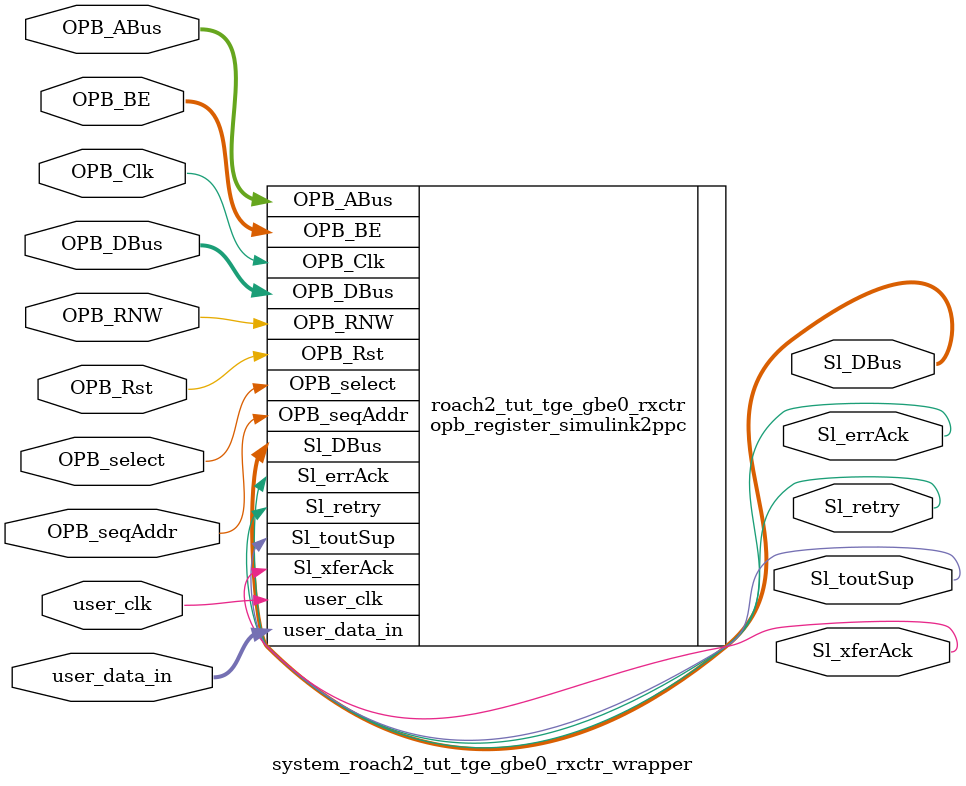
<source format=v>

module system_roach2_tut_tge_gbe0_rxctr_wrapper
  (
    OPB_Clk,
    OPB_Rst,
    Sl_DBus,
    Sl_errAck,
    Sl_retry,
    Sl_toutSup,
    Sl_xferAck,
    OPB_ABus,
    OPB_BE,
    OPB_DBus,
    OPB_RNW,
    OPB_select,
    OPB_seqAddr,
    user_data_in,
    user_clk
  );
  input OPB_Clk;
  input OPB_Rst;
  output [0:31] Sl_DBus;
  output Sl_errAck;
  output Sl_retry;
  output Sl_toutSup;
  output Sl_xferAck;
  input [0:31] OPB_ABus;
  input [0:3] OPB_BE;
  input [0:31] OPB_DBus;
  input OPB_RNW;
  input OPB_select;
  input OPB_seqAddr;
  input [31:0] user_data_in;
  input user_clk;

  opb_register_simulink2ppc
    #(
      .C_BASEADDR ( 32'h01008100 ),
      .C_HIGHADDR ( 32'h010081FF ),
      .C_OPB_AWIDTH ( 32 ),
      .C_OPB_DWIDTH ( 32 ),
      .C_FAMILY ( "virtex6" )
    )
    roach2_tut_tge_gbe0_rxctr (
      .OPB_Clk ( OPB_Clk ),
      .OPB_Rst ( OPB_Rst ),
      .Sl_DBus ( Sl_DBus ),
      .Sl_errAck ( Sl_errAck ),
      .Sl_retry ( Sl_retry ),
      .Sl_toutSup ( Sl_toutSup ),
      .Sl_xferAck ( Sl_xferAck ),
      .OPB_ABus ( OPB_ABus ),
      .OPB_BE ( OPB_BE ),
      .OPB_DBus ( OPB_DBus ),
      .OPB_RNW ( OPB_RNW ),
      .OPB_select ( OPB_select ),
      .OPB_seqAddr ( OPB_seqAddr ),
      .user_data_in ( user_data_in ),
      .user_clk ( user_clk )
    );

endmodule


</source>
